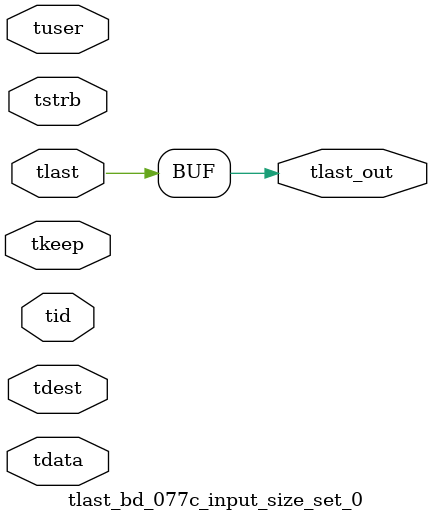
<source format=v>


`timescale 1ps/1ps

module tlast_bd_077c_input_size_set_0 #
(
parameter C_S_AXIS_TID_WIDTH   = 1,
parameter C_S_AXIS_TUSER_WIDTH = 0,
parameter C_S_AXIS_TDATA_WIDTH = 0,
parameter C_S_AXIS_TDEST_WIDTH = 0
)
(
input  [(C_S_AXIS_TID_WIDTH   == 0 ? 1 : C_S_AXIS_TID_WIDTH)-1:0       ] tid,
input  [(C_S_AXIS_TDATA_WIDTH == 0 ? 1 : C_S_AXIS_TDATA_WIDTH)-1:0     ] tdata,
input  [(C_S_AXIS_TUSER_WIDTH == 0 ? 1 : C_S_AXIS_TUSER_WIDTH)-1:0     ] tuser,
input  [(C_S_AXIS_TDEST_WIDTH == 0 ? 1 : C_S_AXIS_TDEST_WIDTH)-1:0     ] tdest,
input  [(C_S_AXIS_TDATA_WIDTH/8)-1:0 ] tkeep,
input  [(C_S_AXIS_TDATA_WIDTH/8)-1:0 ] tstrb,
input  [0:0]                                                             tlast,
output                                                                   tlast_out
);

assign tlast_out = {tlast[0]};

endmodule


</source>
